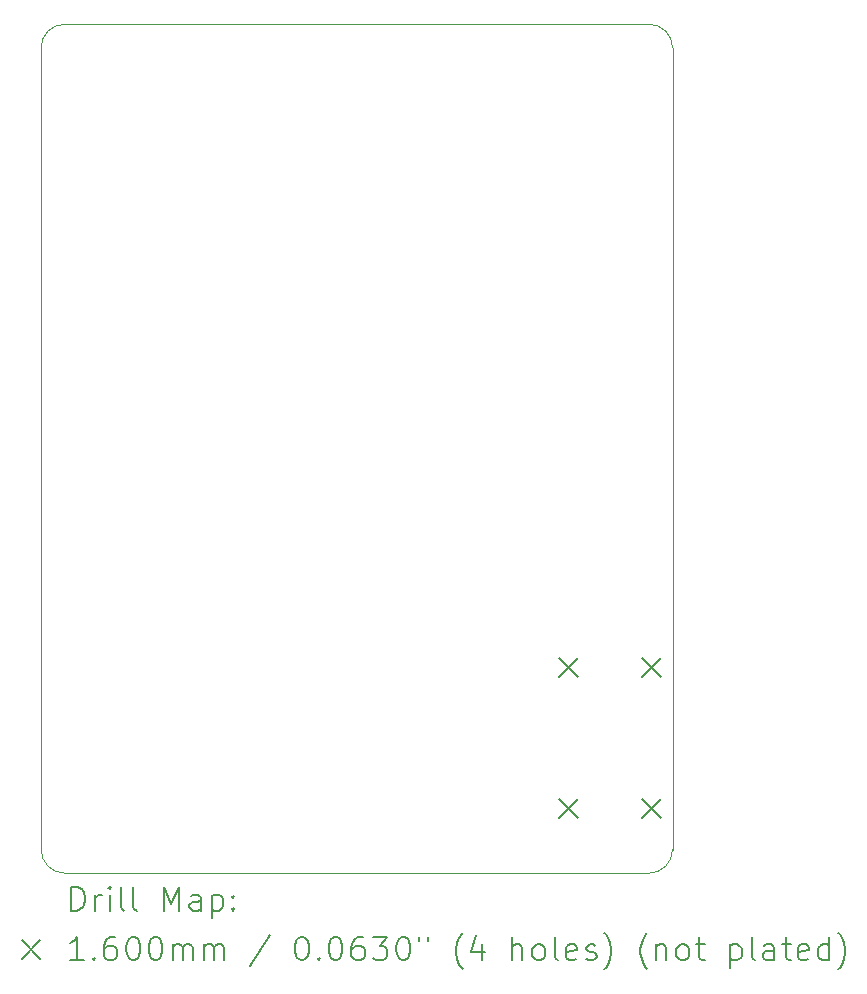
<source format=gbr>
%TF.GenerationSoftware,KiCad,Pcbnew,7.0.9-7.0.9~ubuntu22.04.1*%
%TF.CreationDate,2023-12-05T21:20:52+02:00*%
%TF.ProjectId,iCE40HX-expansion,69434534-3048-4582-9d65-7870616e7369,rev?*%
%TF.SameCoordinates,Original*%
%TF.FileFunction,Drillmap*%
%TF.FilePolarity,Positive*%
%FSLAX45Y45*%
G04 Gerber Fmt 4.5, Leading zero omitted, Abs format (unit mm)*
G04 Created by KiCad (PCBNEW 7.0.9-7.0.9~ubuntu22.04.1) date 2023-12-05 21:20:52*
%MOMM*%
%LPD*%
G01*
G04 APERTURE LIST*
%ADD10C,0.100000*%
%ADD11C,0.200000*%
%ADD12C,0.160000*%
G04 APERTURE END LIST*
D10*
X15697200Y-5241900D02*
G75*
G03*
X15497200Y-5041900I-200000J0D01*
G01*
X15697200Y-5241900D02*
X15697200Y-12030100D01*
X10350500Y-12030100D02*
X10350500Y-5241900D01*
X15497200Y-12230100D02*
X10550500Y-12230100D01*
X10350500Y-12030100D02*
G75*
G03*
X10550500Y-12230100I200000J0D01*
G01*
X10550500Y-5041900D02*
G75*
G03*
X10350500Y-5241900I0J-200000D01*
G01*
X10550500Y-5041900D02*
X15497200Y-5041900D01*
X15497200Y-12230100D02*
G75*
G03*
X15697200Y-12030100I0J200000D01*
G01*
D11*
D12*
X14735800Y-10410200D02*
X14895800Y-10570200D01*
X14895800Y-10410200D02*
X14735800Y-10570200D01*
X14739400Y-11604000D02*
X14899400Y-11764000D01*
X14899400Y-11604000D02*
X14739400Y-11764000D01*
X15435800Y-10410200D02*
X15595800Y-10570200D01*
X15595800Y-10410200D02*
X15435800Y-10570200D01*
X15439400Y-11604000D02*
X15599400Y-11764000D01*
X15599400Y-11604000D02*
X15439400Y-11764000D01*
D11*
X10606277Y-12546584D02*
X10606277Y-12346584D01*
X10606277Y-12346584D02*
X10653896Y-12346584D01*
X10653896Y-12346584D02*
X10682467Y-12356108D01*
X10682467Y-12356108D02*
X10701515Y-12375155D01*
X10701515Y-12375155D02*
X10711039Y-12394203D01*
X10711039Y-12394203D02*
X10720563Y-12432298D01*
X10720563Y-12432298D02*
X10720563Y-12460869D01*
X10720563Y-12460869D02*
X10711039Y-12498965D01*
X10711039Y-12498965D02*
X10701515Y-12518012D01*
X10701515Y-12518012D02*
X10682467Y-12537060D01*
X10682467Y-12537060D02*
X10653896Y-12546584D01*
X10653896Y-12546584D02*
X10606277Y-12546584D01*
X10806277Y-12546584D02*
X10806277Y-12413250D01*
X10806277Y-12451346D02*
X10815801Y-12432298D01*
X10815801Y-12432298D02*
X10825324Y-12422774D01*
X10825324Y-12422774D02*
X10844372Y-12413250D01*
X10844372Y-12413250D02*
X10863420Y-12413250D01*
X10930086Y-12546584D02*
X10930086Y-12413250D01*
X10930086Y-12346584D02*
X10920563Y-12356108D01*
X10920563Y-12356108D02*
X10930086Y-12365631D01*
X10930086Y-12365631D02*
X10939610Y-12356108D01*
X10939610Y-12356108D02*
X10930086Y-12346584D01*
X10930086Y-12346584D02*
X10930086Y-12365631D01*
X11053896Y-12546584D02*
X11034848Y-12537060D01*
X11034848Y-12537060D02*
X11025324Y-12518012D01*
X11025324Y-12518012D02*
X11025324Y-12346584D01*
X11158658Y-12546584D02*
X11139610Y-12537060D01*
X11139610Y-12537060D02*
X11130086Y-12518012D01*
X11130086Y-12518012D02*
X11130086Y-12346584D01*
X11387229Y-12546584D02*
X11387229Y-12346584D01*
X11387229Y-12346584D02*
X11453896Y-12489441D01*
X11453896Y-12489441D02*
X11520562Y-12346584D01*
X11520562Y-12346584D02*
X11520562Y-12546584D01*
X11701515Y-12546584D02*
X11701515Y-12441822D01*
X11701515Y-12441822D02*
X11691991Y-12422774D01*
X11691991Y-12422774D02*
X11672943Y-12413250D01*
X11672943Y-12413250D02*
X11634848Y-12413250D01*
X11634848Y-12413250D02*
X11615801Y-12422774D01*
X11701515Y-12537060D02*
X11682467Y-12546584D01*
X11682467Y-12546584D02*
X11634848Y-12546584D01*
X11634848Y-12546584D02*
X11615801Y-12537060D01*
X11615801Y-12537060D02*
X11606277Y-12518012D01*
X11606277Y-12518012D02*
X11606277Y-12498965D01*
X11606277Y-12498965D02*
X11615801Y-12479917D01*
X11615801Y-12479917D02*
X11634848Y-12470393D01*
X11634848Y-12470393D02*
X11682467Y-12470393D01*
X11682467Y-12470393D02*
X11701515Y-12460869D01*
X11796753Y-12413250D02*
X11796753Y-12613250D01*
X11796753Y-12422774D02*
X11815801Y-12413250D01*
X11815801Y-12413250D02*
X11853896Y-12413250D01*
X11853896Y-12413250D02*
X11872943Y-12422774D01*
X11872943Y-12422774D02*
X11882467Y-12432298D01*
X11882467Y-12432298D02*
X11891991Y-12451346D01*
X11891991Y-12451346D02*
X11891991Y-12508488D01*
X11891991Y-12508488D02*
X11882467Y-12527536D01*
X11882467Y-12527536D02*
X11872943Y-12537060D01*
X11872943Y-12537060D02*
X11853896Y-12546584D01*
X11853896Y-12546584D02*
X11815801Y-12546584D01*
X11815801Y-12546584D02*
X11796753Y-12537060D01*
X11977705Y-12527536D02*
X11987229Y-12537060D01*
X11987229Y-12537060D02*
X11977705Y-12546584D01*
X11977705Y-12546584D02*
X11968182Y-12537060D01*
X11968182Y-12537060D02*
X11977705Y-12527536D01*
X11977705Y-12527536D02*
X11977705Y-12546584D01*
X11977705Y-12422774D02*
X11987229Y-12432298D01*
X11987229Y-12432298D02*
X11977705Y-12441822D01*
X11977705Y-12441822D02*
X11968182Y-12432298D01*
X11968182Y-12432298D02*
X11977705Y-12422774D01*
X11977705Y-12422774D02*
X11977705Y-12441822D01*
D12*
X10185500Y-12795100D02*
X10345500Y-12955100D01*
X10345500Y-12795100D02*
X10185500Y-12955100D01*
D11*
X10711039Y-12966584D02*
X10596753Y-12966584D01*
X10653896Y-12966584D02*
X10653896Y-12766584D01*
X10653896Y-12766584D02*
X10634848Y-12795155D01*
X10634848Y-12795155D02*
X10615801Y-12814203D01*
X10615801Y-12814203D02*
X10596753Y-12823727D01*
X10796753Y-12947536D02*
X10806277Y-12957060D01*
X10806277Y-12957060D02*
X10796753Y-12966584D01*
X10796753Y-12966584D02*
X10787229Y-12957060D01*
X10787229Y-12957060D02*
X10796753Y-12947536D01*
X10796753Y-12947536D02*
X10796753Y-12966584D01*
X10977705Y-12766584D02*
X10939610Y-12766584D01*
X10939610Y-12766584D02*
X10920563Y-12776108D01*
X10920563Y-12776108D02*
X10911039Y-12785631D01*
X10911039Y-12785631D02*
X10891991Y-12814203D01*
X10891991Y-12814203D02*
X10882467Y-12852298D01*
X10882467Y-12852298D02*
X10882467Y-12928488D01*
X10882467Y-12928488D02*
X10891991Y-12947536D01*
X10891991Y-12947536D02*
X10901515Y-12957060D01*
X10901515Y-12957060D02*
X10920563Y-12966584D01*
X10920563Y-12966584D02*
X10958658Y-12966584D01*
X10958658Y-12966584D02*
X10977705Y-12957060D01*
X10977705Y-12957060D02*
X10987229Y-12947536D01*
X10987229Y-12947536D02*
X10996753Y-12928488D01*
X10996753Y-12928488D02*
X10996753Y-12880869D01*
X10996753Y-12880869D02*
X10987229Y-12861822D01*
X10987229Y-12861822D02*
X10977705Y-12852298D01*
X10977705Y-12852298D02*
X10958658Y-12842774D01*
X10958658Y-12842774D02*
X10920563Y-12842774D01*
X10920563Y-12842774D02*
X10901515Y-12852298D01*
X10901515Y-12852298D02*
X10891991Y-12861822D01*
X10891991Y-12861822D02*
X10882467Y-12880869D01*
X11120563Y-12766584D02*
X11139610Y-12766584D01*
X11139610Y-12766584D02*
X11158658Y-12776108D01*
X11158658Y-12776108D02*
X11168182Y-12785631D01*
X11168182Y-12785631D02*
X11177705Y-12804679D01*
X11177705Y-12804679D02*
X11187229Y-12842774D01*
X11187229Y-12842774D02*
X11187229Y-12890393D01*
X11187229Y-12890393D02*
X11177705Y-12928488D01*
X11177705Y-12928488D02*
X11168182Y-12947536D01*
X11168182Y-12947536D02*
X11158658Y-12957060D01*
X11158658Y-12957060D02*
X11139610Y-12966584D01*
X11139610Y-12966584D02*
X11120563Y-12966584D01*
X11120563Y-12966584D02*
X11101515Y-12957060D01*
X11101515Y-12957060D02*
X11091991Y-12947536D01*
X11091991Y-12947536D02*
X11082467Y-12928488D01*
X11082467Y-12928488D02*
X11072944Y-12890393D01*
X11072944Y-12890393D02*
X11072944Y-12842774D01*
X11072944Y-12842774D02*
X11082467Y-12804679D01*
X11082467Y-12804679D02*
X11091991Y-12785631D01*
X11091991Y-12785631D02*
X11101515Y-12776108D01*
X11101515Y-12776108D02*
X11120563Y-12766584D01*
X11311039Y-12766584D02*
X11330086Y-12766584D01*
X11330086Y-12766584D02*
X11349134Y-12776108D01*
X11349134Y-12776108D02*
X11358658Y-12785631D01*
X11358658Y-12785631D02*
X11368182Y-12804679D01*
X11368182Y-12804679D02*
X11377705Y-12842774D01*
X11377705Y-12842774D02*
X11377705Y-12890393D01*
X11377705Y-12890393D02*
X11368182Y-12928488D01*
X11368182Y-12928488D02*
X11358658Y-12947536D01*
X11358658Y-12947536D02*
X11349134Y-12957060D01*
X11349134Y-12957060D02*
X11330086Y-12966584D01*
X11330086Y-12966584D02*
X11311039Y-12966584D01*
X11311039Y-12966584D02*
X11291991Y-12957060D01*
X11291991Y-12957060D02*
X11282467Y-12947536D01*
X11282467Y-12947536D02*
X11272943Y-12928488D01*
X11272943Y-12928488D02*
X11263420Y-12890393D01*
X11263420Y-12890393D02*
X11263420Y-12842774D01*
X11263420Y-12842774D02*
X11272943Y-12804679D01*
X11272943Y-12804679D02*
X11282467Y-12785631D01*
X11282467Y-12785631D02*
X11291991Y-12776108D01*
X11291991Y-12776108D02*
X11311039Y-12766584D01*
X11463420Y-12966584D02*
X11463420Y-12833250D01*
X11463420Y-12852298D02*
X11472943Y-12842774D01*
X11472943Y-12842774D02*
X11491991Y-12833250D01*
X11491991Y-12833250D02*
X11520563Y-12833250D01*
X11520563Y-12833250D02*
X11539610Y-12842774D01*
X11539610Y-12842774D02*
X11549134Y-12861822D01*
X11549134Y-12861822D02*
X11549134Y-12966584D01*
X11549134Y-12861822D02*
X11558658Y-12842774D01*
X11558658Y-12842774D02*
X11577705Y-12833250D01*
X11577705Y-12833250D02*
X11606277Y-12833250D01*
X11606277Y-12833250D02*
X11625324Y-12842774D01*
X11625324Y-12842774D02*
X11634848Y-12861822D01*
X11634848Y-12861822D02*
X11634848Y-12966584D01*
X11730086Y-12966584D02*
X11730086Y-12833250D01*
X11730086Y-12852298D02*
X11739610Y-12842774D01*
X11739610Y-12842774D02*
X11758658Y-12833250D01*
X11758658Y-12833250D02*
X11787229Y-12833250D01*
X11787229Y-12833250D02*
X11806277Y-12842774D01*
X11806277Y-12842774D02*
X11815801Y-12861822D01*
X11815801Y-12861822D02*
X11815801Y-12966584D01*
X11815801Y-12861822D02*
X11825324Y-12842774D01*
X11825324Y-12842774D02*
X11844372Y-12833250D01*
X11844372Y-12833250D02*
X11872943Y-12833250D01*
X11872943Y-12833250D02*
X11891991Y-12842774D01*
X11891991Y-12842774D02*
X11901515Y-12861822D01*
X11901515Y-12861822D02*
X11901515Y-12966584D01*
X12291991Y-12757060D02*
X12120563Y-13014203D01*
X12549134Y-12766584D02*
X12568182Y-12766584D01*
X12568182Y-12766584D02*
X12587229Y-12776108D01*
X12587229Y-12776108D02*
X12596753Y-12785631D01*
X12596753Y-12785631D02*
X12606277Y-12804679D01*
X12606277Y-12804679D02*
X12615801Y-12842774D01*
X12615801Y-12842774D02*
X12615801Y-12890393D01*
X12615801Y-12890393D02*
X12606277Y-12928488D01*
X12606277Y-12928488D02*
X12596753Y-12947536D01*
X12596753Y-12947536D02*
X12587229Y-12957060D01*
X12587229Y-12957060D02*
X12568182Y-12966584D01*
X12568182Y-12966584D02*
X12549134Y-12966584D01*
X12549134Y-12966584D02*
X12530086Y-12957060D01*
X12530086Y-12957060D02*
X12520563Y-12947536D01*
X12520563Y-12947536D02*
X12511039Y-12928488D01*
X12511039Y-12928488D02*
X12501515Y-12890393D01*
X12501515Y-12890393D02*
X12501515Y-12842774D01*
X12501515Y-12842774D02*
X12511039Y-12804679D01*
X12511039Y-12804679D02*
X12520563Y-12785631D01*
X12520563Y-12785631D02*
X12530086Y-12776108D01*
X12530086Y-12776108D02*
X12549134Y-12766584D01*
X12701515Y-12947536D02*
X12711039Y-12957060D01*
X12711039Y-12957060D02*
X12701515Y-12966584D01*
X12701515Y-12966584D02*
X12691991Y-12957060D01*
X12691991Y-12957060D02*
X12701515Y-12947536D01*
X12701515Y-12947536D02*
X12701515Y-12966584D01*
X12834848Y-12766584D02*
X12853896Y-12766584D01*
X12853896Y-12766584D02*
X12872944Y-12776108D01*
X12872944Y-12776108D02*
X12882467Y-12785631D01*
X12882467Y-12785631D02*
X12891991Y-12804679D01*
X12891991Y-12804679D02*
X12901515Y-12842774D01*
X12901515Y-12842774D02*
X12901515Y-12890393D01*
X12901515Y-12890393D02*
X12891991Y-12928488D01*
X12891991Y-12928488D02*
X12882467Y-12947536D01*
X12882467Y-12947536D02*
X12872944Y-12957060D01*
X12872944Y-12957060D02*
X12853896Y-12966584D01*
X12853896Y-12966584D02*
X12834848Y-12966584D01*
X12834848Y-12966584D02*
X12815801Y-12957060D01*
X12815801Y-12957060D02*
X12806277Y-12947536D01*
X12806277Y-12947536D02*
X12796753Y-12928488D01*
X12796753Y-12928488D02*
X12787229Y-12890393D01*
X12787229Y-12890393D02*
X12787229Y-12842774D01*
X12787229Y-12842774D02*
X12796753Y-12804679D01*
X12796753Y-12804679D02*
X12806277Y-12785631D01*
X12806277Y-12785631D02*
X12815801Y-12776108D01*
X12815801Y-12776108D02*
X12834848Y-12766584D01*
X13072944Y-12766584D02*
X13034848Y-12766584D01*
X13034848Y-12766584D02*
X13015801Y-12776108D01*
X13015801Y-12776108D02*
X13006277Y-12785631D01*
X13006277Y-12785631D02*
X12987229Y-12814203D01*
X12987229Y-12814203D02*
X12977706Y-12852298D01*
X12977706Y-12852298D02*
X12977706Y-12928488D01*
X12977706Y-12928488D02*
X12987229Y-12947536D01*
X12987229Y-12947536D02*
X12996753Y-12957060D01*
X12996753Y-12957060D02*
X13015801Y-12966584D01*
X13015801Y-12966584D02*
X13053896Y-12966584D01*
X13053896Y-12966584D02*
X13072944Y-12957060D01*
X13072944Y-12957060D02*
X13082467Y-12947536D01*
X13082467Y-12947536D02*
X13091991Y-12928488D01*
X13091991Y-12928488D02*
X13091991Y-12880869D01*
X13091991Y-12880869D02*
X13082467Y-12861822D01*
X13082467Y-12861822D02*
X13072944Y-12852298D01*
X13072944Y-12852298D02*
X13053896Y-12842774D01*
X13053896Y-12842774D02*
X13015801Y-12842774D01*
X13015801Y-12842774D02*
X12996753Y-12852298D01*
X12996753Y-12852298D02*
X12987229Y-12861822D01*
X12987229Y-12861822D02*
X12977706Y-12880869D01*
X13158658Y-12766584D02*
X13282467Y-12766584D01*
X13282467Y-12766584D02*
X13215801Y-12842774D01*
X13215801Y-12842774D02*
X13244372Y-12842774D01*
X13244372Y-12842774D02*
X13263420Y-12852298D01*
X13263420Y-12852298D02*
X13272944Y-12861822D01*
X13272944Y-12861822D02*
X13282467Y-12880869D01*
X13282467Y-12880869D02*
X13282467Y-12928488D01*
X13282467Y-12928488D02*
X13272944Y-12947536D01*
X13272944Y-12947536D02*
X13263420Y-12957060D01*
X13263420Y-12957060D02*
X13244372Y-12966584D01*
X13244372Y-12966584D02*
X13187229Y-12966584D01*
X13187229Y-12966584D02*
X13168182Y-12957060D01*
X13168182Y-12957060D02*
X13158658Y-12947536D01*
X13406277Y-12766584D02*
X13425325Y-12766584D01*
X13425325Y-12766584D02*
X13444372Y-12776108D01*
X13444372Y-12776108D02*
X13453896Y-12785631D01*
X13453896Y-12785631D02*
X13463420Y-12804679D01*
X13463420Y-12804679D02*
X13472944Y-12842774D01*
X13472944Y-12842774D02*
X13472944Y-12890393D01*
X13472944Y-12890393D02*
X13463420Y-12928488D01*
X13463420Y-12928488D02*
X13453896Y-12947536D01*
X13453896Y-12947536D02*
X13444372Y-12957060D01*
X13444372Y-12957060D02*
X13425325Y-12966584D01*
X13425325Y-12966584D02*
X13406277Y-12966584D01*
X13406277Y-12966584D02*
X13387229Y-12957060D01*
X13387229Y-12957060D02*
X13377706Y-12947536D01*
X13377706Y-12947536D02*
X13368182Y-12928488D01*
X13368182Y-12928488D02*
X13358658Y-12890393D01*
X13358658Y-12890393D02*
X13358658Y-12842774D01*
X13358658Y-12842774D02*
X13368182Y-12804679D01*
X13368182Y-12804679D02*
X13377706Y-12785631D01*
X13377706Y-12785631D02*
X13387229Y-12776108D01*
X13387229Y-12776108D02*
X13406277Y-12766584D01*
X13549134Y-12766584D02*
X13549134Y-12804679D01*
X13625325Y-12766584D02*
X13625325Y-12804679D01*
X13920563Y-13042774D02*
X13911039Y-13033250D01*
X13911039Y-13033250D02*
X13891991Y-13004679D01*
X13891991Y-13004679D02*
X13882468Y-12985631D01*
X13882468Y-12985631D02*
X13872944Y-12957060D01*
X13872944Y-12957060D02*
X13863420Y-12909441D01*
X13863420Y-12909441D02*
X13863420Y-12871346D01*
X13863420Y-12871346D02*
X13872944Y-12823727D01*
X13872944Y-12823727D02*
X13882468Y-12795155D01*
X13882468Y-12795155D02*
X13891991Y-12776108D01*
X13891991Y-12776108D02*
X13911039Y-12747536D01*
X13911039Y-12747536D02*
X13920563Y-12738012D01*
X14082468Y-12833250D02*
X14082468Y-12966584D01*
X14034848Y-12757060D02*
X13987229Y-12899917D01*
X13987229Y-12899917D02*
X14111039Y-12899917D01*
X14339610Y-12966584D02*
X14339610Y-12766584D01*
X14425325Y-12966584D02*
X14425325Y-12861822D01*
X14425325Y-12861822D02*
X14415801Y-12842774D01*
X14415801Y-12842774D02*
X14396753Y-12833250D01*
X14396753Y-12833250D02*
X14368182Y-12833250D01*
X14368182Y-12833250D02*
X14349134Y-12842774D01*
X14349134Y-12842774D02*
X14339610Y-12852298D01*
X14549134Y-12966584D02*
X14530087Y-12957060D01*
X14530087Y-12957060D02*
X14520563Y-12947536D01*
X14520563Y-12947536D02*
X14511039Y-12928488D01*
X14511039Y-12928488D02*
X14511039Y-12871346D01*
X14511039Y-12871346D02*
X14520563Y-12852298D01*
X14520563Y-12852298D02*
X14530087Y-12842774D01*
X14530087Y-12842774D02*
X14549134Y-12833250D01*
X14549134Y-12833250D02*
X14577706Y-12833250D01*
X14577706Y-12833250D02*
X14596753Y-12842774D01*
X14596753Y-12842774D02*
X14606277Y-12852298D01*
X14606277Y-12852298D02*
X14615801Y-12871346D01*
X14615801Y-12871346D02*
X14615801Y-12928488D01*
X14615801Y-12928488D02*
X14606277Y-12947536D01*
X14606277Y-12947536D02*
X14596753Y-12957060D01*
X14596753Y-12957060D02*
X14577706Y-12966584D01*
X14577706Y-12966584D02*
X14549134Y-12966584D01*
X14730087Y-12966584D02*
X14711039Y-12957060D01*
X14711039Y-12957060D02*
X14701515Y-12938012D01*
X14701515Y-12938012D02*
X14701515Y-12766584D01*
X14882468Y-12957060D02*
X14863420Y-12966584D01*
X14863420Y-12966584D02*
X14825325Y-12966584D01*
X14825325Y-12966584D02*
X14806277Y-12957060D01*
X14806277Y-12957060D02*
X14796753Y-12938012D01*
X14796753Y-12938012D02*
X14796753Y-12861822D01*
X14796753Y-12861822D02*
X14806277Y-12842774D01*
X14806277Y-12842774D02*
X14825325Y-12833250D01*
X14825325Y-12833250D02*
X14863420Y-12833250D01*
X14863420Y-12833250D02*
X14882468Y-12842774D01*
X14882468Y-12842774D02*
X14891991Y-12861822D01*
X14891991Y-12861822D02*
X14891991Y-12880869D01*
X14891991Y-12880869D02*
X14796753Y-12899917D01*
X14968182Y-12957060D02*
X14987230Y-12966584D01*
X14987230Y-12966584D02*
X15025325Y-12966584D01*
X15025325Y-12966584D02*
X15044372Y-12957060D01*
X15044372Y-12957060D02*
X15053896Y-12938012D01*
X15053896Y-12938012D02*
X15053896Y-12928488D01*
X15053896Y-12928488D02*
X15044372Y-12909441D01*
X15044372Y-12909441D02*
X15025325Y-12899917D01*
X15025325Y-12899917D02*
X14996753Y-12899917D01*
X14996753Y-12899917D02*
X14977706Y-12890393D01*
X14977706Y-12890393D02*
X14968182Y-12871346D01*
X14968182Y-12871346D02*
X14968182Y-12861822D01*
X14968182Y-12861822D02*
X14977706Y-12842774D01*
X14977706Y-12842774D02*
X14996753Y-12833250D01*
X14996753Y-12833250D02*
X15025325Y-12833250D01*
X15025325Y-12833250D02*
X15044372Y-12842774D01*
X15120563Y-13042774D02*
X15130087Y-13033250D01*
X15130087Y-13033250D02*
X15149134Y-13004679D01*
X15149134Y-13004679D02*
X15158658Y-12985631D01*
X15158658Y-12985631D02*
X15168182Y-12957060D01*
X15168182Y-12957060D02*
X15177706Y-12909441D01*
X15177706Y-12909441D02*
X15177706Y-12871346D01*
X15177706Y-12871346D02*
X15168182Y-12823727D01*
X15168182Y-12823727D02*
X15158658Y-12795155D01*
X15158658Y-12795155D02*
X15149134Y-12776108D01*
X15149134Y-12776108D02*
X15130087Y-12747536D01*
X15130087Y-12747536D02*
X15120563Y-12738012D01*
X15482468Y-13042774D02*
X15472944Y-13033250D01*
X15472944Y-13033250D02*
X15453896Y-13004679D01*
X15453896Y-13004679D02*
X15444372Y-12985631D01*
X15444372Y-12985631D02*
X15434849Y-12957060D01*
X15434849Y-12957060D02*
X15425325Y-12909441D01*
X15425325Y-12909441D02*
X15425325Y-12871346D01*
X15425325Y-12871346D02*
X15434849Y-12823727D01*
X15434849Y-12823727D02*
X15444372Y-12795155D01*
X15444372Y-12795155D02*
X15453896Y-12776108D01*
X15453896Y-12776108D02*
X15472944Y-12747536D01*
X15472944Y-12747536D02*
X15482468Y-12738012D01*
X15558658Y-12833250D02*
X15558658Y-12966584D01*
X15558658Y-12852298D02*
X15568182Y-12842774D01*
X15568182Y-12842774D02*
X15587230Y-12833250D01*
X15587230Y-12833250D02*
X15615801Y-12833250D01*
X15615801Y-12833250D02*
X15634849Y-12842774D01*
X15634849Y-12842774D02*
X15644372Y-12861822D01*
X15644372Y-12861822D02*
X15644372Y-12966584D01*
X15768182Y-12966584D02*
X15749134Y-12957060D01*
X15749134Y-12957060D02*
X15739611Y-12947536D01*
X15739611Y-12947536D02*
X15730087Y-12928488D01*
X15730087Y-12928488D02*
X15730087Y-12871346D01*
X15730087Y-12871346D02*
X15739611Y-12852298D01*
X15739611Y-12852298D02*
X15749134Y-12842774D01*
X15749134Y-12842774D02*
X15768182Y-12833250D01*
X15768182Y-12833250D02*
X15796753Y-12833250D01*
X15796753Y-12833250D02*
X15815801Y-12842774D01*
X15815801Y-12842774D02*
X15825325Y-12852298D01*
X15825325Y-12852298D02*
X15834849Y-12871346D01*
X15834849Y-12871346D02*
X15834849Y-12928488D01*
X15834849Y-12928488D02*
X15825325Y-12947536D01*
X15825325Y-12947536D02*
X15815801Y-12957060D01*
X15815801Y-12957060D02*
X15796753Y-12966584D01*
X15796753Y-12966584D02*
X15768182Y-12966584D01*
X15891992Y-12833250D02*
X15968182Y-12833250D01*
X15920563Y-12766584D02*
X15920563Y-12938012D01*
X15920563Y-12938012D02*
X15930087Y-12957060D01*
X15930087Y-12957060D02*
X15949134Y-12966584D01*
X15949134Y-12966584D02*
X15968182Y-12966584D01*
X16187230Y-12833250D02*
X16187230Y-13033250D01*
X16187230Y-12842774D02*
X16206277Y-12833250D01*
X16206277Y-12833250D02*
X16244373Y-12833250D01*
X16244373Y-12833250D02*
X16263420Y-12842774D01*
X16263420Y-12842774D02*
X16272944Y-12852298D01*
X16272944Y-12852298D02*
X16282468Y-12871346D01*
X16282468Y-12871346D02*
X16282468Y-12928488D01*
X16282468Y-12928488D02*
X16272944Y-12947536D01*
X16272944Y-12947536D02*
X16263420Y-12957060D01*
X16263420Y-12957060D02*
X16244373Y-12966584D01*
X16244373Y-12966584D02*
X16206277Y-12966584D01*
X16206277Y-12966584D02*
X16187230Y-12957060D01*
X16396753Y-12966584D02*
X16377706Y-12957060D01*
X16377706Y-12957060D02*
X16368182Y-12938012D01*
X16368182Y-12938012D02*
X16368182Y-12766584D01*
X16558658Y-12966584D02*
X16558658Y-12861822D01*
X16558658Y-12861822D02*
X16549134Y-12842774D01*
X16549134Y-12842774D02*
X16530087Y-12833250D01*
X16530087Y-12833250D02*
X16491992Y-12833250D01*
X16491992Y-12833250D02*
X16472944Y-12842774D01*
X16558658Y-12957060D02*
X16539611Y-12966584D01*
X16539611Y-12966584D02*
X16491992Y-12966584D01*
X16491992Y-12966584D02*
X16472944Y-12957060D01*
X16472944Y-12957060D02*
X16463420Y-12938012D01*
X16463420Y-12938012D02*
X16463420Y-12918965D01*
X16463420Y-12918965D02*
X16472944Y-12899917D01*
X16472944Y-12899917D02*
X16491992Y-12890393D01*
X16491992Y-12890393D02*
X16539611Y-12890393D01*
X16539611Y-12890393D02*
X16558658Y-12880869D01*
X16625325Y-12833250D02*
X16701515Y-12833250D01*
X16653896Y-12766584D02*
X16653896Y-12938012D01*
X16653896Y-12938012D02*
X16663420Y-12957060D01*
X16663420Y-12957060D02*
X16682468Y-12966584D01*
X16682468Y-12966584D02*
X16701515Y-12966584D01*
X16844373Y-12957060D02*
X16825325Y-12966584D01*
X16825325Y-12966584D02*
X16787230Y-12966584D01*
X16787230Y-12966584D02*
X16768182Y-12957060D01*
X16768182Y-12957060D02*
X16758658Y-12938012D01*
X16758658Y-12938012D02*
X16758658Y-12861822D01*
X16758658Y-12861822D02*
X16768182Y-12842774D01*
X16768182Y-12842774D02*
X16787230Y-12833250D01*
X16787230Y-12833250D02*
X16825325Y-12833250D01*
X16825325Y-12833250D02*
X16844373Y-12842774D01*
X16844373Y-12842774D02*
X16853896Y-12861822D01*
X16853896Y-12861822D02*
X16853896Y-12880869D01*
X16853896Y-12880869D02*
X16758658Y-12899917D01*
X17025325Y-12966584D02*
X17025325Y-12766584D01*
X17025325Y-12957060D02*
X17006277Y-12966584D01*
X17006277Y-12966584D02*
X16968182Y-12966584D01*
X16968182Y-12966584D02*
X16949135Y-12957060D01*
X16949135Y-12957060D02*
X16939611Y-12947536D01*
X16939611Y-12947536D02*
X16930087Y-12928488D01*
X16930087Y-12928488D02*
X16930087Y-12871346D01*
X16930087Y-12871346D02*
X16939611Y-12852298D01*
X16939611Y-12852298D02*
X16949135Y-12842774D01*
X16949135Y-12842774D02*
X16968182Y-12833250D01*
X16968182Y-12833250D02*
X17006277Y-12833250D01*
X17006277Y-12833250D02*
X17025325Y-12842774D01*
X17101516Y-13042774D02*
X17111039Y-13033250D01*
X17111039Y-13033250D02*
X17130087Y-13004679D01*
X17130087Y-13004679D02*
X17139611Y-12985631D01*
X17139611Y-12985631D02*
X17149135Y-12957060D01*
X17149135Y-12957060D02*
X17158658Y-12909441D01*
X17158658Y-12909441D02*
X17158658Y-12871346D01*
X17158658Y-12871346D02*
X17149135Y-12823727D01*
X17149135Y-12823727D02*
X17139611Y-12795155D01*
X17139611Y-12795155D02*
X17130087Y-12776108D01*
X17130087Y-12776108D02*
X17111039Y-12747536D01*
X17111039Y-12747536D02*
X17101516Y-12738012D01*
M02*

</source>
